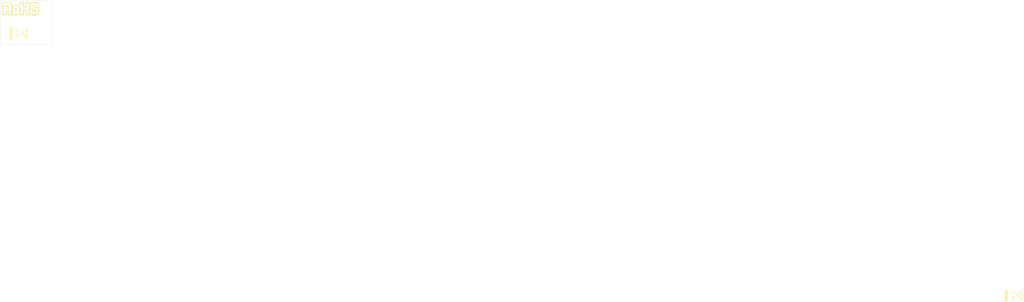
<source format=kicad_pcb>
(kicad_pcb (version 20201002) (generator pcbnew)

  (general
    (thickness 1.6)
  )

  (paper "A4")
  (title_block
    (date "2020-09-15")
    (rev "0.2")
    (comment 1 "Pedro")
  )

  (layers
    (0 "F.Cu" signal)
    (31 "B.Cu" signal)
    (36 "B.SilkS" user "B.Silkscreen")
    (37 "F.SilkS" user "F.Silkscreen")
    (38 "B.Mask" user)
    (39 "F.Mask" user)
    (40 "Dwgs.User" user "User.Drawings")
    (41 "Cmts.User" user "User.Comments")
    (42 "Eco1.User" user "User.Eco1")
    (43 "Eco2.User" user "User.Eco2")
    (44 "Edge.Cuts" user)
    (45 "Margin" user)
    (46 "B.CrtYd" user "B.Courtyard")
    (47 "F.CrtYd" user "F.Courtyard")
    (48 "B.Fab" user)
    (49 "F.Fab" user)
  )

  (setup
    (stackup
      (layer "F.SilkS" (type "Top Silk Screen"))
      (layer "F.Mask" (type "Top Solder Mask") (color "Green") (thickness 0.01))
      (layer "F.Cu" (type "copper") (thickness 0.035))
      (layer "dielectric 1" (type "core") (thickness 1.51) (material "FR4") (epsilon_r 4.5) (loss_tangent 0.02))
      (layer "B.Cu" (type "copper") (thickness 0.035))
      (layer "B.Mask" (type "Bottom Solder Mask") (color "Green") (thickness 0.01))
      (layer "B.SilkS" (type "Bottom Silk Screen"))
      (copper_finish "None")
      (dielectric_constraints no)
    )
    (aux_axis_origin 100 50)
    (pcbplotparams
      (layerselection 0x00210f0_ffffffff)
      (disableapertmacros false)
      (usegerberextensions false)
      (usegerberattributes false)
      (usegerberadvancedattributes false)
      (creategerberjobfile false)
      (svguseinch false)
      (svgprecision 6)
      (excludeedgelayer false)
      (plotframeref false)
      (viasonmask false)
      (mode 1)
      (useauxorigin true)
      (hpglpennumber 1)
      (hpglpenspeed 20)
      (hpglpendiameter 15.000000)
      (psnegative false)
      (psa4output false)
      (plotreference true)
      (plotvalue false)
      (plotinvisibletext false)
      (sketchpadsonfab false)
      (subtractmaskfromsilk false)
      (outputformat 1)
      (mirror false)
      (drillshape 0)
      (scaleselection 1)
      (outputdirectory "../gerber/")
    )
  )


  (net 0 "")

  (module "amvLogo:weee4" (layer "F.Cu") (tedit 0) (tstamp 40291970-3089-43a3-ab4b-8d0682b69117)
    (at 105.5 59.5)
    (attr through_hole)
    (fp_text reference "G***" (at 0 0) (layer "F.SilkS") hide
      (effects (font (size 1.524 1.524) (thickness 0.3)))
      (tstamp ebd20c93-a0bc-44a7-a141-292bbefae0a9)
    )
    (fp_text value "LOGO" (at 0.75 0) (layer "F.SilkS") hide
      (effects (font (size 1.524 1.524) (thickness 0.3)))
      (tstamp d14f81a5-77d3-40e8-baaf-3e7dcbf86a79)
    )
    (fp_poly (pts (xy -0.488504 0.600525)
      (xy -0.437138 0.631577)
      (xy -0.406122 0.684319)
      (xy -0.402167 0.71453)
      (xy -0.420446 0.769437)
      (xy -0.465975 0.808905)
      (xy -0.524793 0.827174)
      (xy -0.582937 0.818486)
      (xy -0.6096 0.8001)
      (xy -0.63146 0.752698)
      (xy -0.631388 0.690975)
      (xy -0.610346 0.636218)
      (xy -0.601739 0.625929)
      (xy -0.547583 0.596772)
      (xy -0.488504 0.600525)) (layer "F.SilkS") (width 0.01) (tstamp 794da787-e7bd-4ef7-b738-d768723aff7c))
    (fp_poly (pts (xy -1.947334 1.883834)
      (xy -2.794 1.883834)
      (xy -2.794 -1.672166)
      (xy -1.947334 -1.672166)
      (xy -1.947334 1.883834)) (layer "F.SilkS") (width 0.01) (tstamp e28c88b8-31b9-4d80-b509-a9bb222cdbcb))
    (fp_poly (pts (xy -1.166714 -1.955212)
      (xy -1.130992 -1.927704)
      (xy -1.079766 -1.882331)
      (xy -1.010641 -1.816843)
      (xy -0.921228 -1.72899)
      (xy -0.809132 -1.616524)
      (xy -0.671962 -1.477193)
      (xy -0.559018 -1.361732)
      (xy 0.056714 -0.731072)
      (xy 0.732148 -0.790175)
      (xy 0.900106 -0.805047)
      (xy 1.057234 -0.819294)
      (xy 1.197833 -0.832372)
      (xy 1.316201 -0.84374)
      (xy 1.406639 -0.852854)
      (xy 1.463446 -0.859172)
      (xy 1.477445 -0.861112)
      (xy 1.502324 -0.869941)
      (xy 1.536969 -0.891016)
      (xy 1.584283 -0.926874)
      (xy 1.647168 -0.980053)
      (xy 1.728528 -1.053089)
      (xy 1.831265 -1.148518)
      (xy 1.958281 -1.268878)
      (xy 2.105657 -1.41014)
      (xy 2.252513 -1.551142)
      (xy 2.372342 -1.665328)
      (xy 2.46839 -1.755468)
      (xy 2.543905 -1.824335)
      (xy 2.602134 -1.874701)
      (xy 2.646325 -1.909338)
      (xy 2.679724 -1.931018)
      (xy 2.70558 -1.942514)
      (xy 2.727139 -1.946597)
      (xy 2.734294 -1.946787)
      (xy 2.751404 -1.945475)
      (xy 2.760729 -1.939975)
      (xy 2.759765 -1.92747)
      (xy 2.746007 -1.905146)
      (xy 2.716951 -1.870186)
      (xy 2.670094 -1.819775)
      (xy 2.602931 -1.751096)
      (xy 2.512958 -1.661335)
      (xy 2.397671 -1.547674)
      (xy 2.254567 -1.407299)
      (xy 2.25425 -1.406989)
      (xy 1.703916 -0.867735)
      (xy 1.8415 -0.881146)
      (xy 1.914547 -0.889342)
      (xy 1.970149 -0.897573)
      (xy 1.994958 -0.90361)
      (xy 2.004566 -0.928392)
      (xy 2.010209 -0.980264)
      (xy 2.010833 -1.006666)
      (xy 2.010833 -1.100666)
      (xy 2.180166 -1.100666)
      (xy 2.180166 -0.98425)
      (xy 2.183742 -0.919373)
      (xy 2.193058 -0.877435)
      (xy 2.201806 -0.867833)
      (xy 2.227966 -0.85445)
      (xy 2.273413 -0.819798)
      (xy 2.315298 -0.783167)
      (xy 2.385812 -0.726938)
      (xy 2.444904 -0.70145)
      (xy 2.473575 -0.6985)
      (xy 2.512889 -0.696409)
      (xy 2.532492 -0.68285)
      (xy 2.539243 -0.646897)
      (xy 2.54 -0.592666)
      (xy 2.536981 -0.527283)
      (xy 2.526011 -0.494993)
      (xy 2.505955 -0.486833)
      (xy 2.481802 -0.474702)
      (xy 2.483219 -0.439208)
      (xy 2.492019 -0.391848)
      (xy 2.502535 -0.321084)
      (xy 2.509119 -0.269875)
      (xy 2.519992 -0.199452)
      (xy 2.533757 -0.162172)
      (xy 2.554519 -0.148862)
      (xy 2.563605 -0.148166)
      (xy 2.579662 -0.145352)
      (xy 2.59073 -0.132517)
      (xy 2.597727 -0.103072)
      (xy 2.601574 -0.050428)
      (xy 2.603191 0.032004)
      (xy 2.6035 0.137584)
      (xy 2.603164 0.252405)
      (xy 2.601504 0.331517)
      (xy 2.597538 0.381544)
      (xy 2.590285 0.409106)
      (xy 2.578763 0.420828)
      (xy 2.561992 0.423331)
      (xy 2.561166 0.423334)
      (xy 2.526563 0.430009)
      (xy 2.518465 0.439209)
      (xy 2.514172 0.466595)
      (xy 2.503274 0.523098)
      (xy 2.488203 0.596133)
      (xy 2.4504 0.736241)
      (xy 2.401364 0.844918)
      (xy 2.336371 0.932564)
      (xy 2.334417 0.934665)
      (xy 2.281834 0.990914)
      (xy 2.329569 1.055479)
      (xy 2.360723 1.107325)
      (xy 2.365404 1.153972)
      (xy 2.357351 1.18973)
      (xy 2.321036 1.257023)
      (xy 2.264686 1.296378)
      (xy 2.198909 1.302483)
      (xy 2.16021 1.288467)
      (xy 2.112412 1.24977)
      (xy 2.085189 1.211272)
      (xy 2.059289 1.174924)
      (xy 2.037564 1.164167)
      (xy 2.017487 1.146091)
      (xy 2.010833 1.11125)
      (xy 2.00209 1.07097)
      (xy 1.967668 1.058557)
      (xy 1.957916 1.058334)
      (xy 1.922388 1.06219)
      (xy 1.903726 1.075479)
      (xy 1.903777 1.100776)
      (xy 1.92439 1.140658)
      (xy 1.967412 1.197702)
      (xy 2.03469 1.274484)
      (xy 2.128073 1.373582)
      (xy 2.249409 1.497572)
      (xy 2.333431 1.582019)
      (xy 2.457489 1.706319)
      (xy 2.554251 1.803933)
      (xy 2.626381 1.878085)
      (xy 2.676544 1.931999)
      (xy 2.707402 1.968899)
      (xy 2.721619 1.992008)
      (xy 2.721858 2.004549)
      (xy 2.710785 2.009748)
      (xy 2.691061 2.010828)
      (xy 2.687739 2.010834)
      (xy 2.662118 2.008664)
      (xy 2.635323 1.999803)
      (xy 2.603101 1.980718)
      (xy 2.561198 1.947881)
      (xy 2.505362 1.897759)
      (xy 2.431339 1.826824)
      (xy 2.334877 1.731543)
      (xy 2.25425 1.651)
      (xy 1.894883 1.291167)
      (xy 1.524 1.291167)
      (xy 1.524 1.248834)
      (xy 1.5875 1.248834)
      (xy 1.715244 1.248834)
      (xy 1.785125 1.247647)
      (xy 1.820655 1.24226)
      (xy 1.829791 1.229928)
      (xy 1.822669 1.211792)
      (xy 1.797735 1.178767)
      (xy 1.751884 1.127766)
      (xy 1.695034 1.06982)
      (xy 1.694924 1.069713)
      (xy 1.596702 0.973672)
      (xy 1.739348 0.973672)
      (xy 1.762168 1.008919)
      (xy 1.781689 1.030511)
      (xy 1.825783 1.070302)
      (xy 1.851377 1.073267)
      (xy 1.861903 1.038793)
      (xy 1.862666 1.016)
      (xy 1.857421 0.971023)
      (xy 1.832681 0.954446)
      (xy 1.799166 0.9525)
      (xy 1.751244 0.956817)
      (xy 1.739348 0.973672)
      (xy 1.596702 0.973672)
      (xy 1.5875 0.964675)
      (xy 1.5875 1.248834)
      (xy 1.524 1.248834)
      (xy 1.524 1.153584)
      (xy 1.523204 1.079663)
      (xy 1.518115 1.038438)
      (xy 1.504677 1.020271)
      (xy 1.478835 1.015525)
      (xy 1.465791 1.015246)
      (xy 1.431538 1.013099)
      (xy 1.360417 1.007337)
      (xy 1.257696 0.998431)
      (xy 1.128642 0.986853)
      (xy 0.978522 0.973074)
      (xy 0.812605 0.957566)
      (xy 0.66675 0.943726)
      (xy -0.074084 0.87296)
      (xy -0.529167 1.320786)
      (xy -0.677266 1.466529)
      (xy -0.798118 1.585229)
      (xy -0.894719 1.679467)
      (xy -0.970066 1.751823)
      (xy -1.027152 1.804877)
      (xy -1.068975 1.841209)
      (xy -1.098529 1.863401)
      (xy -1.11881 1.874033)
      (xy -1.132813 1.875684)
      (xy -1.143535 1.870937)
      (xy -1.153969 1.86237)
      (xy -1.155938 1.860713)
      (xy -1.164164 1.849616)
      (xy -1.163121 1.83374)
      (xy -1.149799 1.809678)
      (xy -1.121192 1.774025)
      (xy -1.074291 1.723375)
      (xy -1.006089 1.654322)
      (xy -0.913579 1.56346)
      (xy -0.793751 1.447383)
      (xy -0.774556 1.428861)
      (xy -0.35754 1.026584)
      (xy -0.479889 1.034112)
      (xy -0.605173 1.025166)
      (xy -0.705814 0.982031)
      (xy -0.780628 0.90559)
      (xy -0.828435 0.796724)
      (xy -0.835093 0.769063)
      (xy -0.83557 0.716275)
      (xy -0.739783 0.716275)
      (xy -0.726018 0.792869)
      (xy -0.686076 0.858814)
      (xy -0.624934 0.907193)
      (xy -0.547569 0.931092)
      (xy -0.458961 0.923595)
      (xy -0.417245 0.908363)
      (xy -0.379818 0.878417)
      (xy -0.254 0.878417)
      (xy -0.243417 0.889)
      (xy -0.232834 0.878417)
      (xy -0.243417 0.867834)
      (xy -0.254 0.878417)
      (xy -0.379818 0.878417)
      (xy -0.35759 0.860632)
      (xy -0.328785 0.811698)
      (xy 0.011541 0.811698)
      (xy 0.015306 0.822903)
      (xy 0.01541 0.822926)
      (xy 0.04625 0.826908)
      (xy 0.113043 0.833881)
      (xy 0.209559 0.843289)
      (xy 0.329566 0.85458)
      (xy 0.466832 0.867201)
      (xy 0.615126 0.880597)
      (xy 0.768218 0.894216)
      (xy 0.919874 0.907503)
      (xy 1.063865 0.919906)
      (xy 1.193959 0.930872)
      (xy 1.303924 0.939846)
      (xy 1.387529 0.946275)
      (xy 1.438543 0.949606)
      (xy 1.444625 0.949863)
      (xy 1.498511 0.947309)
      (xy 1.521152 0.931828)
      (xy 1.524 0.91525)
      (xy 1.509525 0.890901)
      (xy 1.468719 0.841236)
      (xy 1.405512 0.770544)
      (xy 1.323831 0.683112)
      (xy 1.227607 0.58323)
      (xy 1.121842 0.476259)
      (xy 0.719684 0.074519)
      (xy 0.348794 0.444718)
      (xy 0.227322 0.566999)
      (xy 0.134824 0.66261)
      (xy 0.069337 0.733779)
      (xy 0.028897 0.782733)
      (xy 0.011541 0.811698)
      (xy -0.328785 0.811698)
      (xy -0.314265 0.787032)
      (xy -0.296397 0.703412)
      (xy -0.296334 0.698409)
      (xy -0.315493 0.62484)
      (xy -0.365372 0.557848)
      (xy -0.434573 0.508282)
      (xy -0.511701 0.486992)
      (xy -0.518584 0.486834)
      (xy -0.580663 0.495712)
      (xy -0.635527 0.52812)
      (xy -0.668867 0.5588)
      (xy -0.722392 0.635947)
      (xy -0.739783 0.716275)
      (xy -0.83557 0.716275)
      (xy -0.835952 0.674178)
      (xy -0.805507 0.575969)
      (xy -0.750659 0.486996)
      (xy -0.678308 0.419815)
      (xy -0.629709 0.39531)
      (xy -0.616286 0.387024)
      (xy -0.606533 0.369029)
      (xy -0.599876 0.335372)
      (xy -0.59574 0.280101)
      (xy -0.593552 0.197267)
      (xy -0.592738 0.080917)
      (xy -0.592667 0.011248)
      (xy -0.592667 -0.359833)
      (xy -0.867834 -0.359833)
      (xy -0.867834 -0.609122)
      (xy -0.550334 -0.609122)
      (xy -0.550334 0.381)
      (xy -0.494624 0.381)
      (xy -0.412262 0.400679)
      (xy -0.335544 0.453822)
      (xy -0.271711 0.531591)
      (xy -0.228005 0.625148)
      (xy -0.211668 0.725654)
      (xy -0.211667 0.72635)
      (xy -0.206782 0.780111)
      (xy -0.189003 0.802146)
      (xy -0.174417 0.804334)
      (xy -0.15001 0.789861)
      (xy -0.100324 0.749079)
      (xy -0.029679 0.685943)
      (xy 0.057603 0.604408)
      (xy 0.1572 0.508427)
      (xy 0.259522 0.407233)
      (xy 0.648933 0.017417)
      (xy 0.797903 0.017417)
      (xy 0.996909 0.231777)
      (xy 1.195916 0.446137)
      (xy 1.2065 0.143694)
      (xy 1.217083 -0.15875)
      (xy 1.338791 -0.165098)
      (xy 1.4605 -0.171446)
      (xy 1.4605 0.5715)
      (xy 1.391708 0.572143)
      (xy 1.322916 0.572787)
      (xy 1.486536 0.730893)
      (xy 1.650155 0.889)
      (xy 1.905 0.889)
      (xy 1.905 0.9525)
      (xy 1.910695 0.997882)
      (xy 1.934905 1.014484)
      (xy 1.957916 1.016)
      (xy 2.010833 1.016)
      (xy 2.010833 -0.486833)
      (xy 2.180166 -0.486833)
      (xy 2.180166 1.000259)
      (xy 2.248958 0.948672)
      (xy 2.297093 0.900268)
      (xy 2.347279 0.831004)
      (xy 2.375205 0.781917)
      (xy 2.410904 0.697788)
      (xy 2.436247 0.613412)
      (xy 2.449886 0.537688)
      (xy 2.450471 0.479516)
      (xy 2.436656 0.447795)
      (xy 2.42631 0.4445)
      (xy 2.412481 0.439959)
      (xy 2.402877 0.422125)
      (xy 2.396757 0.384683)
      (xy 2.396561 0.381)
      (xy 2.43278 0.381)
      (xy 2.562553 0.381)
      (xy 2.550583 -0.09525)
      (xy 2.44475 -0.09525)
      (xy 2.43278 0.381)
      (xy 2.396561 0.381)
      (xy 2.39338 0.321317)
      (xy 2.392005 0.225713)
      (xy 2.391833 0.150636)
      (xy 2.392284 0.033153)
      (xy 2.394211 -0.04871)
      (xy 2.398472 -0.101664)
      (xy 2.405926 -0.132416)
      (xy 2.417431 -0.147677)
      (xy 2.430741 -0.153404)
      (xy 2.452653 -0.164226)
      (xy 2.461291 -0.188754)
      (xy 2.458672 -0.238005)
      (xy 2.453452 -0.277581)
      (xy 2.443883 -0.351626)
      (xy 2.437306 -0.415001)
      (xy 2.435711 -0.439208)
      (xy 2.43126 -0.465688)
      (xy 2.413443 -0.479984)
      (xy 2.372273 -0.485797)
      (xy 2.307166 -0.486833)
      (xy 2.180166 -0.486833)
      (xy 2.010833 -0.486833)
      (xy 2.010833 -0.762745)
      (xy 2.180166 -0.762745)
      (xy 2.183953 -0.720236)
      (xy 2.203732 -0.70232)
      (xy 2.25213 -0.698509)
      (xy 2.25753 -0.6985)
      (xy 2.307431 -0.699749)
      (xy 2.321147 -0.708365)
      (xy 2.304825 -0.731653)
      (xy 2.294809 -0.742794)
      (xy 2.250973 -0.783682)
      (xy 2.217445 -0.807038)
      (xy 2.191406 -0.814865)
      (xy 2.181377 -0.793963)
      (xy 2.180166 -0.762745)
      (xy 2.010833 -0.762745)
      (xy 2.010833 -0.850036)
      (xy 1.867958 -0.83648)
      (xy 1.785804 -0.827965)
      (xy 1.713559 -0.819233)
      (xy 1.67124 -0.812905)
      (xy 1.63763 -0.793874)
      (xy 1.576982 -0.744992)
      (xy 1.490829 -0.667648)
      (xy 1.380701 -0.56323)
      (xy 1.248132 -0.433127)
      (xy 1.20765 -0.392735)
      (xy 0.797903 0.017417)
      (xy 0.648933 0.017417)
      (xy 0.656211 0.010132)
      (xy 0.31967 -0.325916)
      (xy -0.01687 -0.661963)
      (xy -0.21481 -0.647449)
      (xy -0.310927 -0.639668)
      (xy -0.398737 -0.63127)
      (xy -0.464199 -0.623646)
      (xy -0.481542 -0.621029)
      (xy -0.550334 -0.609122)
      (xy -0.867834 -0.609122)
      (xy -0.867834 -0.613833)
      (xy -0.74017 -0.613833)
      (xy -0.658218 -0.617791)
      (xy -0.613036 -0.630355)
      (xy -0.601174 -0.643362)
      (xy -0.581396 -0.658683)
      (xy -0.53209 -0.670986)
      (xy -0.531638 -0.671041)
      (xy 0.134819 -0.671041)
      (xy 0.146334 -0.654451)
      (xy 0.182217 -0.613328)
      (xy 0.237105 -0.553279)
      (xy 0.305634 -0.479905)
      (xy 0.382441 -0.39881)
      (xy 0.462161 -0.315598)
      (xy 0.539432 -0.235874)
      (xy 0.60889 -0.165239)
      (xy 0.66517 -0.109298)
      (xy 0.70291 -0.073655)
      (xy 0.716342 -0.0635)
      (xy 0.73464 -0.077866)
      (xy 0.778514 -0.118259)
      (xy 0.843755 -0.180624)
      (xy 0.926155 -0.260903)
      (xy 1.021505 -0.355039)
      (xy 1.100893 -0.434205)
      (xy 1.471083 -0.804911)
      (xy 1.375833 -0.793359)
      (xy 1.329355 -0.788341)
      (xy 1.247423 -0.780147)
      (xy 1.136743 -0.769421)
      (xy 1.004021 -0.756807)
      (xy 0.855964 -0.742948)
      (xy 0.710822 -0.729545)
      (xy 0.560374 -0.715544)
      (xy 0.424365 -0.7025)
      (xy 0.308304 -0.690975)
      (xy 0.2177 -0.681527)
      (xy 0.158061 -0.674715)
      (xy 0.134898 -0.671099)
      (xy 0.134819 -0.671041)
      (xy -0.531638 -0.671041)
      (xy -0.448591 -0.681137)
      (xy -0.36155 -0.687804)
      (xy -0.265894 -0.695229)
      (xy -0.185156 -0.703682)
      (xy -0.1292 -0.712001)
      (xy -0.109174 -0.717602)
      (xy -0.117329 -0.736255)
      (xy -0.154043 -0.78276)
      (xy -0.217664 -0.855311)
      (xy -0.306543 -0.952102)
      (xy -0.419031 -1.071326)
      (xy -0.553478 -1.211177)
      (xy -0.656379 -1.316904)
      (xy -0.783345 -1.447259)
      (xy -0.900507 -1.568454)
      (xy -1.004657 -1.677104)
      (xy -1.092591 -1.769825)
      (xy -1.161102 -1.843232)
      (xy -1.206987 -1.893941)
      (xy -1.227038 -1.918568)
      (xy -1.227667 -1.920094)
      (xy -1.214372 -1.94981)
      (xy -1.201209 -1.965629)
      (xy -1.189322 -1.967104)
      (xy -1.166714 -1.955212)) (layer "F.SilkS") (width 0.01) (tstamp f68d0e4a-a528-442a-82ef-62989f3bfa8c))
  )

  (module "amvLogo:rohs4" (layer "F.Cu") (tedit 0) (tstamp 55d834a9-443d-47ff-9b5d-b1feed5211e2)
    (at 106 52.5 90)
    (attr through_hole)
    (fp_text reference "G***" (at 0 0 90) (layer "F.SilkS") hide
      (effects (font (size 1.524 1.524) (thickness 0.3)))
      (tstamp 0de7e707-aa73-4a48-9faf-c56303c875ce)
    )
    (fp_text value "LOGO" (at 0.75 0 90) (layer "F.SilkS") hide
      (effects (font (size 1.524 1.524) (thickness 0.3)))
      (tstamp 692f8e60-c4e6-4073-91aa-9f7cbe8d4e48)
    )
    (fp_poly (pts (xy 0.346887 -5.38688)
      (xy 0.621529 -5.386731)
      (xy 0.859372 -5.38641)
      (xy 1.063182 -5.385858)
      (xy 1.235726 -5.385017)
      (xy 1.379771 -5.383827)
      (xy 1.498084 -5.38223)
      (xy 1.593432 -5.380167)
      (xy 1.668582 -5.377579)
      (xy 1.7263 -5.374406)
      (xy 1.769353 -5.370591)
      (xy 1.800509 -5.366074)
      (xy 1.822534 -5.360795)
      (xy 1.838194 -5.354697)
      (xy 1.849488 -5.348229)
      (xy 1.873281 -5.331732)
      (xy 1.893309 -5.313655)
      (xy 1.909854 -5.290473)
      (xy 1.923197 -5.258655)
      (xy 1.933622 -5.214673)
      (xy 1.941409 -5.155001)
      (xy 1.946841 -5.076108)
      (xy 1.950201 -4.974467)
      (xy 1.951769 -4.846549)
      (xy 1.951829 -4.688827)
      (xy 1.950663 -4.497772)
      (xy 1.948552 -4.269856)
      (xy 1.94709 -4.1275)
      (xy 1.944589 -3.890022)
      (xy 1.942316 -3.690978)
      (xy 1.940067 -3.52647)
      (xy 1.937638 -3.392601)
      (xy 1.934823 -3.285473)
      (xy 1.931419 -3.20119)
      (xy 1.927221 -3.135854)
      (xy 1.922025 -3.085568)
      (xy 1.915627 -3.046434)
      (xy 1.907822 -3.014555)
      (xy 1.898406 -2.986033)
      (xy 1.887175 -2.956971)
      (xy 1.885491 -2.95275)
      (xy 1.839798 -2.860934)
      (xy 1.774211 -2.771166)
      (xy 1.695269 -2.686231)
      (xy 1.598917 -2.598167)
      (xy 1.505643 -2.533838)
      (xy 1.405421 -2.489337)
      (xy 1.288221 -2.460753)
      (xy 1.144014 -2.444179)
      (xy 1.061797 -2.439319)
      (xy 0.945085 -2.432084)
      (xy 0.866852 -2.422811)
      (xy 0.823272 -2.410903)
      (xy 0.811153 -2.40024)
      (xy 0.814433 -2.368494)
      (xy 0.833086 -2.311001)
      (xy 0.86318 -2.239687)
      (xy 0.866179 -2.233286)
      (xy 0.904399 -2.144305)
      (xy 0.94571 -2.035467)
      (xy 0.982209 -1.9278)
      (xy 0.987818 -1.909639)
      (xy 1.010019 -1.831887)
      (xy 1.025602 -1.762533)
      (xy 1.035776 -1.69086)
      (xy 1.041754 -1.606149)
      (xy 1.044747 -1.497681)
      (xy 1.045745 -1.397)
      (xy 1.045255 -1.250124)
      (xy 1.041219 -1.135253)
      (xy 1.032838 -1.042148)
      (xy 1.019311 -0.960573)
      (xy 1.007704 -0.910167)
      (xy 0.971808 -0.788829)
      (xy 0.929632 -0.679666)
      (xy 0.885393 -0.592093)
      (xy 0.843305 -0.535522)
      (xy 0.837735 -0.530538)
      (xy 0.812748 -0.489686)
      (xy 0.804334 -0.44334)
      (xy 0.804334 -0.383862)
      (xy 1.285875 -0.37714)
      (xy 1.458942 -0.374065)
      (xy 1.595159 -0.369335)
      (xy 1.700007 -0.361592)
      (xy 1.778968 -0.349478)
      (xy 1.837525 -0.331635)
      (xy 1.881158 -0.306708)
      (xy 1.91535 -0.273338)
      (xy 1.945582 -0.230167)
      (xy 1.957168 -0.210918)
      (xy 1.972266 -0.181966)
      (xy 1.983382 -0.149517)
      (xy 1.991117 -0.106894)
      (xy 1.996069 -0.047423)
      (xy 1.998841 0.035575)
      (xy 2.000032 0.148776)
      (xy 2.00025 0.268254)
      (xy 1.999957 0.410144)
      (xy 1.998676 0.51614)
      (xy 1.9958 0.592683)
      (xy 1.990725 0.64621)
      (xy 1.982846 0.683161)
      (xy 1.971557 0.709974)
      (xy 1.956609 0.732613)
      (xy 1.923332 0.77612)
      (xy 1.892445 0.809994)
      (xy 1.858295 0.835516)
      (xy 1.815229 0.853968)
      (xy 1.757595 0.866631)
      (xy 1.679741 0.874786)
      (xy 1.576013 0.879714)
      (xy 1.440761 0.882698)
      (xy 1.285224 0.884806)
      (xy 1.109217 0.88795)
      (xy 0.964838 0.892512)
      (xy 0.854716 0.898349)
      (xy 0.781482 0.905319)
      (xy 0.747764 0.913281)
      (xy 0.74697 0.913856)
      (xy 0.734276 0.944985)
      (xy 0.725384 1.006162)
      (xy 0.720486 1.085261)
      (xy 0.719774 1.170151)
      (xy 0.723439 1.248703)
      (xy 0.731672 1.308787)
      (xy 0.740342 1.3335)
      (xy 0.753208 1.343887)
      (xy 0.780438 1.352218)
      (xy 0.826834 1.358877)
      (xy 0.897192 1.364249)
      (xy 0.996312 1.36872)
      (xy 1.128992 1.372674)
      (xy 1.267691 1.375833)
      (xy 1.428391 1.379408)
      (xy 1.552352 1.382943)
      (xy 1.645164 1.386972)
      (xy 1.712419 1.392032)
      (xy 1.759708 1.398659)
      (xy 1.79262 1.407388)
      (xy 1.816746 1.418756)
      (xy 1.833407 1.430057)
      (xy 1.881643 1.467754)
      (xy 1.917909 1.503338)
      (xy 1.944031 1.543486)
      (xy 1.961834 1.594873)
      (xy 1.973145 1.664174)
      (xy 1.979789 1.758065)
      (xy 1.983592 1.88322)
      (xy 1.985428 1.985866)
      (xy 1.98741 2.125469)
      (xy 1.987826 2.229867)
      (xy 1.986063 2.306177)
      (xy 1.981506 2.361518)
      (xy 1.973541 2.403007)
      (xy 1.961553 2.437761)
      (xy 1.944929 2.472899)
      (xy 1.943094 2.4765)
      (xy 1.88751 2.557362)
      (xy 1.808508 2.617788)
      (xy 1.793348 2.626251)
      (xy 1.717835 2.668436)
      (xy 1.676017 2.701612)
      (xy 1.665308 2.736529)
      (xy 1.683121 2.783935)
      (xy 1.726871 2.854577)
      (xy 1.735296 2.867513)
      (xy 1.798523 2.970373)
      (xy 1.847177 3.065942)
      (xy 1.883556 3.162921)
      (xy 1.909961 3.270012)
      (xy 1.928692 3.395919)
      (xy 1.94205 3.549344)
      (xy 1.94943 3.677697)
      (xy 1.956873 3.903715)
      (xy 1.956131 4.111381)
      (xy 1.947508 4.295409)
      (xy 1.93131 4.450512)
      (xy 1.90784 4.571405)
      (xy 1.895537 4.611702)
      (xy 1.869985 4.705315)
      (xy 1.863972 4.781966)
      (xy 1.878037 4.832438)
      (xy 1.882355 4.837641)
      (xy 1.869913 4.852737)
      (xy 1.820859 4.883881)
      (xy 1.737278 4.929952)
      (xy 1.621253 4.989831)
      (xy 1.47487 5.062398)
      (xy 1.366056 5.115059)
      (xy 0.830069 5.372368)
      (xy 0.610826 5.354682)
      (xy 0.45932 5.336919)
      (xy 0.343966 5.311262)
      (xy 0.296334 5.29363)
      (xy 0.215589 5.262631)
      (xy 0.144591 5.252352)
      (xy 0.067432 5.262674)
      (xy -0.02553 5.291268)
      (xy -0.244573 5.350763)
      (xy -0.482767 5.384841)
      (xy -0.724523 5.39228)
      (xy -0.954256 5.371857)
      (xy -0.985317 5.366569)
      (xy -1.16826 5.328567)
      (xy -1.317347 5.285783)
      (xy -1.441039 5.234587)
      (xy -1.547796 5.171348)
      (xy -1.646081 5.092437)
      (xy -1.664846 5.075041)
      (xy -1.752277 4.984105)
      (xy -1.820737 4.89139)
      (xy -1.873245 4.789209)
      (xy -1.912821 4.66987)
      (xy -1.942484 4.525686)
      (xy -1.965253 4.348967)
      (xy -1.970407 4.296833)
      (xy -1.980847 4.134695)
      (xy -1.982303 4.064)
      (xy -1.576114 4.064)
      (xy -1.575689 4.237057)
      (xy -1.572849 4.374237)
      (xy -1.566146 4.481982)
      (xy -1.554136 4.566737)
      (xy -1.535372 4.634946)
      (xy -1.508407 4.693052)
      (xy -1.471796 4.7475)
      (xy -1.424092 4.804734)
      (xy -1.405116 4.825943)
      (xy -1.337162 4.891417)
      (xy -1.259654 4.944812)
      (xy -1.165981 4.98869)
      (xy -1.049534 5.025616)
      (xy -0.903702 5.05815)
      (xy -0.73025 5.087581)
      (xy -0.648568 5.094709)
      (xy -0.544813 5.096148)
      (xy -0.430641 5.092598)
      (xy -0.317707 5.084761)
      (xy -0.217669 5.073339)
      (xy -0.142182 5.059032)
      (xy -0.116416 5.050649)
      (xy 0.038194 4.965168)
      (xy 0.158781 4.854764)
      (xy 0.246152 4.718574)
      (xy 0.28312 4.623633)
      (xy 0.294419 4.572308)
      (xy 0.308027 4.486402)
      (xy 0.322967 4.373542)
      (xy 0.338265 4.241354)
      (xy 0.352944 4.097462)
      (xy 0.359452 4.026838)
      (xy 0.375787 3.850461)
      (xy 0.390457 3.711802)
      (xy 0.4044 3.606329)
      (xy 0.418552 3.529506)
      (xy 0.43385 3.4768)
      (xy 0.451231 3.443677)
      (xy 0.471632 3.425602)
      (xy 0.484754 3.420354)
      (xy 0.60237 3.399569)
      (xy 0.733952 3.394891)
      (xy 0.853978 3.40717)
      (xy 0.857713 3.407929)
      (xy 0.915803 3.422395)
      (xy 0.960223 3.44214)
      (xy 0.992653 3.472472)
      (xy 1.014773 3.518694)
      (xy 1.028265 3.586113)
      (xy 1.034809 3.680035)
      (xy 1.036084 3.805765)
      (xy 1.033859 3.964084)
      (xy 1.026584 4.342866)
      (xy 0.967195 4.393933)
      (xy 0.929968 4.420982)
      (xy 0.888331 4.436485)
      (xy 0.829312 4.443477)
      (xy 0.748845 4.445)
      (xy 0.64686 4.446717)
      (xy 0.579298 4.456655)
      (xy 0.538259 4.481991)
      (xy 0.515844 4.529901)
      (xy 0.504157 4.607562)
      (xy 0.49896 4.672063)
      (xy 0.493031 4.795553)
      (xy 0.497482 4.884296)
      (xy 0.514207 4.945019)
      (xy 0.545098 4.984448)
      (xy 0.592047 5.009311)
      (xy 0.594043 5.010013)
      (xy 0.673416 5.02679)
      (xy 0.779485 5.034736)
      (xy 0.897579 5.034003)
      (xy 1.013025 5.024741)
      (xy 1.11115 5.007101)
      (xy 1.120445 5.004603)
      (xy 1.26174 4.945458)
      (xy 1.388576 4.855081)
      (xy 1.492924 4.741262)
      (xy 1.566751 4.611788)
      (xy 1.587582 4.551564)
      (xy 1.610427 4.441016)
      (xy 1.627033 4.302654)
      (xy 1.637536 4.144638)
      (xy 1.642074 3.97513)
      (xy 1.640783 3.80229)
      (xy 1.633801 3.634279)
      (xy 1.621265 3.47926)
      (xy 1.603311 3.345393)
      (xy 1.580076 3.240839)
      (xy 1.564864 3.198258)
      (xy 1.499557 3.088538)
      (xy 1.409107 2.987279)
      (xy 1.307565 2.909634)
      (xy 1.286326 2.897839)
      (xy 1.165427 2.850068)
      (xy 1.01573 2.813505)
      (xy 0.849669 2.78977)
      (xy 0.679679 2.780484)
      (xy 0.518196 2.787268)
      (xy 0.47625 2.79226)
      (xy 0.326038 2.818019)
      (xy 0.208116 2.850682)
      (xy 0.112564 2.893981)
      (xy 0.029457 2.951648)
      (xy 0.011264 2.967156)
      (xy -0.059913 3.038661)
      (xy -0.115782 3.117729)
      (xy -0.159927 3.21251)
      (xy -0.195929 3.331154)
      (xy -0.227373 3.481811)
      (xy -0.235431 3.528349)
      (xy -0.26168 3.686748)
      (xy -0.281431 3.811484)
      (xy -0.295627 3.910566)
      (xy -0.305211 3.992007)
      (xy -0.311125 4.063817)
      (xy -0.314312 4.134006)
      (xy -0.315714 4.210499)
      (xy -0.318063 4.308633)
      (xy -0.327057 4.377769)
      (xy -0.349056 4.422985)
      (xy -0.390418 4.449358)
      (xy -0.4575 4.461963)
      (xy -0.556661 4.465877)
      (xy -0.635935 4.466166)
      (xy -0.748271 4.466174)
      (xy -0.833399 4.462762)
      (xy -0.895188 4.450782)
      (xy -0.937506 4.425081)
      (xy -0.964222 4.380509)
      (xy -0.979202 4.311915)
      (xy -0.986316 4.214148)
      (xy -0.989432 4.082058)
      (xy -0.990832 3.993591)
      (xy -0.992266 3.819842)
      (xy -0.989583 3.683532)
      (xy -0.982082 3.579909)
      (xy -0.969065 3.504216)
      (xy -0.949834 3.451699)
      (xy -0.923689 3.417603)
      (xy -0.904156 3.403878)
      (xy -0.864173 3.392106)
      (xy -0.792961 3.380587)
      (xy -0.701607 3.370852)
      (xy -0.627189 3.365674)
      (xy -0.507012 3.357548)
      (xy -0.422779 3.343862)
      (xy -0.36811 3.318042)
      (xy -0.336627 3.273513)
      (xy -0.321952 3.203703)
      (xy -0.317707 3.102036)
      (xy -0.3175 3.046479)
      (xy -0.319572 2.931944)
      (xy -0.330212 2.852537)
      (xy -0.356059 2.801097)
      (xy -0.403749 2.770463)
      (xy -0.479919 2.753473)
      (xy -0.591207 2.742967)
      (xy -0.59936 2.742371)
      (xy -0.816409 2.738908)
      (xy -1.002364 2.76292)
      (xy -1.158994 2.815189)
      (xy -1.288067 2.896501)
      (xy -1.391349 3.007639)
      (xy -1.459144 3.123927)
      (xy -1.496885 3.219851)
      (xy -1.526487 3.332204)
      (xy -1.548578 3.46604)
      (xy -1.563787 3.626412)
      (xy -1.572744 3.818375)
      (xy -1.576076 4.046983)
      (xy -1.576114 4.064)
      (xy -1.982303 4.064)
      (xy -1.984608 3.952158)
      (xy -1.982016 3.762651)
      (xy -1.973397 3.579602)
      (xy -1.959076 3.416441)
      (xy -1.946908 3.327683)
      (xy -1.90194 3.139546)
      (xy -1.833463 2.983342)
      (xy -1.745112 2.860705)
      (xy -1.697091 2.804081)
      (xy -1.66318 2.757959)
      (xy -1.651 2.733225)
      (xy -1.668128 2.709551)
      (xy -1.710294 2.680669)
      (xy -1.719791 2.67565)
      (xy -1.782895 2.637873)
      (xy -1.838142 2.595803)
      (xy -1.838219 2.595732)
      (xy -1.874056 2.56043)
      (xy -1.901088 2.524206)
      (xy -1.920544 2.48066)
      (xy -1.933653 2.423395)
      (xy -1.941645 2.34601)
      (xy -1.945748 2.242107)
      (xy -1.947191 2.105287)
      (xy -1.9473 2.027759)
      (xy -1.947256 2.020463)
      (xy -1.627167 2.020463)
      (xy -1.622392 2.116201)
      (xy -1.613511 2.205421)
      (xy -1.601407 2.276588)
      (xy -1.58696 2.318168)
      (xy -1.585373 2.320312)
      (xy -1.57396 2.326786)
      (xy -1.549284 2.332237)
      (xy -1.508239 2.336737)
      (xy -1.447718 2.340358)
      (xy -1.364616 2.34317)
      (xy -1.255825 2.345246)
      (xy -1.118241 2.346655)
      (xy -0.948757 2.347471)
      (xy -0.744266 2.347765)
      (xy -0.501662 2.347607)
      (xy -0.404866 2.347454)
      (xy -0.170899 2.346788)
      (xy 0.063628 2.345649)
      (xy 0.292785 2.344096)
      (xy 0.510643 2.34219)
      (xy 0.711272 2.33999)
      (xy 0.888743 2.337557)
      (xy 1.037126 2.334949)
      (xy 1.150492 2.332226)
      (xy 1.171312 2.331579)
      (xy 1.591207 2.31775)
      (xy 1.64227 2.258361)
      (xy 1.665613 2.227703)
      (xy 1.680536 2.194581)
      (xy 1.688895 2.148982)
      (xy 1.692543 2.080894)
      (xy 1.693333 1.982612)
      (xy 1.694053 1.895287)
      (xy 1.693301 1.825998)
      (xy 1.686715 1.772672)
      (xy 1.669929 1.733234)
      (xy 1.638581 1.705609)
      (xy 1.588305 1.687725)
      (xy 1.514738 1.677505)
      (xy 1.413516 1.672876)
      (xy 1.280274 1.671764)
      (xy 1.110648 1.672094)
      (xy 1.0402 1.672166)
      (xy 0.850299 1.671593)
      (xy 0.699662 1.669787)
      (xy 0.585235 1.666624)
      (xy 0.503962 1.661976)
      (xy 0.452789 1.655716)
      (xy 0.428661 1.647718)
      (xy 0.427567 1.646766)
      (xy 0.420046 1.618684)
      (xy 0.41377 1.555539)
      (xy 0.408771 1.464584)
      (xy 0.405082 1.35307)
      (xy 0.402734 1.228251)
      (xy 0.401761 1.09738)
      (xy 0.402193 0.967708)
      (xy 0.404064 0.846489)
      (xy 0.407405 0.740976)
      (xy 0.412249 0.65842)
      (xy 0.418629 0.606075)
      (xy 0.42288 0.592666)
      (xy 0.434444 0.583073)
      (xy 0.458666 0.575471)
      (xy 0.500085 0.569594)
      (xy 0.563239 0.56518)
      (xy 0.652665 0.561962)
      (xy 0.772902 0.559677)
      (xy 0.928487 0.558061)
      (xy 1.028592 0.557374)
      (xy 1.204371 0.556044)
      (xy 1.342596 0.554232)
      (xy 1.448046 0.551646)
      (xy 1.525502 0.547996)
      (xy 1.579743 0.54299)
      (xy 1.615547 0.536336)
      (xy 1.637695 0.527743)
      (xy 1.648495 0.519576)
      (xy 1.663119 0.497611)
      (xy 1.673051 0.461375)
      (xy 1.679094 0.403637)
      (xy 1.682055 0.317167)
      (xy 1.68275 0.211969)
      (xy 1.681204 0.084241)
      (xy 1.676297 -0.005633)
      (xy 1.66763 -0.062027)
      (xy 1.655234 -0.0889)
      (xy 1.642526 -0.094252)
      (xy 1.614157 -0.098903)
      (xy 1.567607 -0.102896)
      (xy 1.50036 -0.106276)
      (xy 1.409896 -0.109085)
      (xy 1.293697 -0.111366)
      (xy 1.149245 -0.113163)
      (xy 0.974022 -0.114519)
      (xy 0.765509 -0.115478)
      (xy 0.521188 -0.116081)
      (xy 0.238542 -0.116373)
      (xy 0.052446 -0.116417)
      (xy -1.522824 -0.116417)
      (xy -1.571037 -0.068204)
      (xy -1.591686 -0.044539)
      (xy -1.605432 -0.016937)
      (xy -1.613665 0.023204)
      (xy -1.617775 0.084485)
      (xy -1.619152 0.175506)
      (xy -1.61925 0.230168)
      (xy -1.617497 0.352478)
      (xy -1.611881 0.437843)
      (xy -1.601867 0.491518)
      (xy -1.5902 0.51533)
      (xy -1.577289 0.526041)
      (xy -1.555208 0.534348)
      (xy -1.519024 0.540548)
      (xy -1.463806 0.544937)
      (xy -1.384621 0.547813)
      (xy -1.27654 0.54947)
      (xy -1.134629 0.550207)
      (xy -1.007977 0.550333)
      (xy -0.813186 0.551114)
      (xy -0.656575 0.553723)
      (xy -0.534012 0.558553)
      (xy -0.441367 0.565999)
      (xy -0.374511 0.576458)
      (xy -0.329312 0.590323)
      (xy -0.301641 0.607991)
      (xy -0.292854 0.618738)
      (xy -0.287984 0.646817)
      (xy -0.283628 0.710906)
      (xy -0.279999 0.804681)
      (xy -0.277309 0.921819)
      (xy -0.27577 1.055998)
      (xy -0.275491 1.136196)
      (xy -0.275746 1.296402)
      (xy -0.276968 1.419492)
      (xy -0.279485 1.510681)
      (xy -0.283625 1.575182)
      (xy -0.289716 1.618208)
      (xy -0.298085 1.644973)
      (xy -0.308428 1.660071)
      (xy -0.323116 1.669944)
      (xy -0.348263 1.677693)
      (xy -0.388551 1.683562)
      (xy -0.448663 1.687798)
      (xy -0.53328 1.690647)
      (xy -0.647084 1.692353)
      (xy -0.794756 1.693164)
      (xy -0.941917 1.693333)
      (xy -1.12538 1.693346)
      (xy -1.271055 1.694108)
      (xy -1.383483 1.696705)
      (xy -1.467207 1.702223)
      (xy -1.52677 1.711746)
      (xy -1.566714 1.72636)
      (xy -1.591583 1.747152)
      (xy -1.605918 1.775205)
      (xy -1.614263 1.811606)
      (xy -1.620879 1.855568)
      (xy -1.626957 1.92974)
      (xy -1.627167 2.020463)
      (xy -1.947256 2.020463)
      (xy -1.946319 1.866366)
      (xy -1.942515 1.741203)
      (xy -1.934551 1.64619)
      (xy -1.921089 1.57525)
      (xy -1.900794 1.522305)
      (xy -1.872329 1.481277)
      (xy -1.834356 1.446087)
      (xy -1.816368 1.432403)
      (xy -1.796189 1.419358)
      (xy -1.772147 1.40943)
      (xy -1.738719 1.402257)
      (xy -1.690381 1.397478)
      (xy -1.621608 1.394735)
      (xy -1.526877 1.393665)
      (xy -1.400664 1.393908)
      (xy -1.244089 1.395049)
      (xy -1.078341 1.395524)
      (xy -0.934138 1.394106)
      (xy -0.816333 1.390939)
      (xy -0.729777 1.386168)
      (xy -0.679324 1.379939)
      (xy -0.672328 1.377954)
      (xy -0.627294 1.34665)
      (xy -0.597765 1.287366)
      (xy -0.592434 1.269135)
      (xy -0.581584 1.198736)
      (xy -0.580434 1.116244)
      (xy -0.587768 1.035287)
      (xy -0.602372 0.969496)
      (xy -0.622395 0.93301)
      (xy -0.650389 0.926738)
      (xy -0.715672 0.920808)
      (xy -0.813201 0.915462)
      (xy -0.937933 0.91094)
      (xy -1.084822 0.907483)
      (xy -1.190035 0.905919)
      (xy -1.364036 0.903721)
      (xy -1.501148 0.900883)
      (xy -1.606813 0.896233)
      (xy -1.68647 0.888597)
      (xy -1.74556 0.876803)
      (xy -1.789526 0.859678)
      (xy -1.823807 0.83605)
      (xy -1.853845 0.804747)
      (xy -1.885081 0.764594)
      (xy -1.892621 0.754501)
      (xy -1.917243 0.697661)
      (xy -1.935839 0.604638)
      (xy -1.947974 0.481209)
      (xy -1.953217 0.333154)
      (xy -1.951134 0.166251)
      (xy -1.945522 0.048352)
      (xy -1.938036 -0.054261)
      (xy -1.928819 -0.125222)
      (xy -1.915353 -0.175201)
      (xy -1.895121 -0.214872)
      (xy -1.877606 -0.239588)
      (xy -1.826213 -0.292814)
      (xy -1.768839 -0.333076)
      (xy -1.757853 -0.338245)
      (xy -1.702234 -0.373124)
      (xy -1.68096 -0.420336)
      (xy -1.693766 -0.484306)
      (xy -1.740388 -0.569456)
      (xy -1.743715 -0.574521)
      (xy -1.791537 -0.655766)
      (xy -1.841153 -0.754057)
      (xy -1.876874 -0.836084)
      (xy -1.895847 -0.886032)
      (xy -1.910303 -0.931062)
      (xy -1.92098 -0.978081)
      (xy -1.928613 -1.033999)
      (xy -1.933939 -1.105727)
      (xy -1.937693 -1.200171)
      (xy -1.940614 -1.324244)
      (xy -1.942657 -1.439334)
      (xy -1.61925 -1.439334)
      (xy -1.618458 -1.269274)
      (xy -1.615073 -1.134913)
      (xy -1.607585 -1.02963)
      (xy -1.59448 -0.946804)
      (xy -1.574246 -0.879814)
      (xy -1.545371 -0.822038)
      (xy -1.506344 -0.766857)
      (xy -1.455652 -0.707649)
      (xy -1.450956 -0.702438)
      (xy -1.391355 -0.64178)
      (xy -1.331786 -0.595659)
      (xy -1.264958 -0.561813)
      (xy -1.18358 -0.537982)
      (xy -1.080361 -0.521906)
      (xy -0.94801 -0.511324)
      (xy -0.814916 -0.505246)
      (xy -0.64702 -0.500436)
      (xy -0.47345 -0.497994)
      (xy -0.300684 -0.497783)
      (xy -0.135203 -0.499668)
      (xy 0.016516 -0.503513)
      (xy 0.147993 -0.509183)
      (xy 0.25275 -0.516541)
      (xy 0.324308 -0.525452)
      (xy 0.34242 -0.529487)
      (xy 0.476322 -0.588275)
      (xy 0.593663 -0.680272)
      (xy 0.687595 -0.797485)
      (xy 0.75127 -0.931918)
      (xy 0.774392 -1.033725)
      (xy 0.778715 -1.095419)
      (xy 0.781087 -1.189288)
      (xy 0.781445 -1.305217)
      (xy 0.779725 -1.433089)
      (xy 0.777466 -1.517651)
      (xy 0.772564 -1.653989)
      (xy 0.76724 -1.755971)
      (xy 0.760429 -1.831572)
      (xy 0.751067 -1.888765)
      (xy 0.738089 -1.935524)
      (xy 0.720432 -1.979821)
      (xy 0.713825 -1.994335)
      (xy 0.62629 -2.133901)
      (xy 0.506501 -2.24959)
      (xy 0.381 -2.325946)
      (xy 0.264584 -2.38125)
      (xy -0.423333 -2.38125)
      (xy -0.614719 -2.381072)
      (xy -0.768758 -2.380368)
      (xy -0.890435 -2.378881)
      (xy -0.984736 -2.376358)
      (xy -1.056647 -2.372544)
      (xy -1.111152 -2.367182)
      (xy -1.153237 -2.360018)
      (xy -1.187888 -2.350798)
      (xy -1.216487 -2.340665)
      (xy -1.331846 -2.277744)
      (xy -1.440549 -2.185479)
      (xy -1.529472 -2.076365)
      (xy -1.569348 -2.004775)
      (xy -1.585883 -1.966149)
      (xy -1.598302 -1.928942)
      (xy -1.60719 -1.886501)
      (xy -1.613136 -1.832174)
      (xy -1.616727 -1.75931)
      (xy -1.618548 -1.661255)
      (xy -1.619188 -1.531358)
      (xy -1.61925 -1.439334)
      (xy -1.942657 -1.439334)
      (xy -1.942956 -1.456163)
      (xy -1.945275 -1.612822)
      (xy -1.946028 -1.734166)
      (xy -1.944802 -1.827197)
      (xy -1.941184 -1.898916)
      (xy -1.934763 -1.956327)
      (xy -1.925126 -2.00643)
      (xy -1.911861 -2.05623)
      (xy -1.906578 -2.073921)
      (xy -1.872084 -2.165366)
      (xy -1.827026 -2.256208)
      (xy -1.788389 -2.316567)
      (xy -1.747898 -2.374761)
      (xy -1.721059 -2.423197)
      (xy -1.7145 -2.444633)
      (xy -1.730904 -2.474088)
      (xy -1.772435 -2.512768)
      (xy -1.797571 -2.530874)
      (xy -1.845558 -2.566733)
      (xy -1.882197 -2.606654)
      (xy -1.908974 -2.656666)
      (xy -1.927375 -2.722797)
      (xy -1.938887 -2.811078)
      (xy -1.944994 -2.927536)
      (xy -1.94676 -3.049076)
      (xy -1.628485 -3.049076)
      (xy -1.626487 -2.970496)
      (xy -1.619613 -2.917117)
      (xy -1.607085 -2.880438)
      (xy -1.599439 -2.867182)
      (xy -1.565357 -2.815167)
      (xy -1.046582 -2.815167)
      (xy -0.868477 -2.8157)
      (xy -0.727383 -2.817824)
      (xy -0.617988 -2.822324)
      (xy -0.534975 -2.829988)
      (xy -0.473032 -2.841602)
      (xy -0.426845 -2.857952)
      (xy -0.391099 -2.879825)
      (xy -0.36048 -2.908008)
      (xy -0.351261 -2.918079)
      (xy -0.291949 -2.956979)
      (xy -0.224141 -2.959276)
      (xy -0.159643 -2.925513)
      (xy -0.142735 -2.908469)
      (xy -0.096634 -2.862407)
      (xy -0.052916 -2.829094)
      (xy -0.00661 -2.815059)
      (xy 0.075102 -2.803446)
      (xy 0.185358 -2.794284)
      (xy 0.3173 -2.787603)
      (xy 0.464065 -2.783431)
      (xy 0.618794 -2.781798)
      (xy 0.774626 -2.782732)
      (xy 0.924702 -2.786263)
      (xy 1.06216 -2.792419)
      (xy 1.18014 -2.801229)
      (xy 1.271783 -2.812723)
      (xy 1.319679 -2.823297)
      (xy 1.457526 -2.881572)
      (xy 1.56538 -2.961734)
      (xy 1.634707 -3.053316)
      (xy 1.646111 -3.075342)
      (xy 1.655551 -3.097485)
      (xy 1.663211 -3.12375)
      (xy 1.669279 -3.158141)
      (xy 1.673939 -3.204665)
      (xy 1.677378 -3.267325)
      (xy 1.67978 -3.350127)
      (xy 1.681332 -3.457076)
      (xy 1.68222 -3.592176)
      (xy 1.682629 -3.759433)
      (xy 1.682744 -3.962852)
      (xy 1.68275 -4.089394)
      (xy 1.682511 -4.324296)
      (xy 1.681733 -4.520074)
      (xy 1.680325 -4.679933)
      (xy 1.678197 -4.80708)
      (xy 1.675259 -4.904721)
      (xy 1.671419 -4.976062)
      (xy 1.666587 -5.024311)
      (xy 1.660673 -5.052672)
      (xy 1.655241 -5.063061)
      (xy 1.64223 -5.068502)
      (xy 1.613083 -5.07329)
      (xy 1.56528 -5.077479)
      (xy 1.4963 -5.081121)
      (xy 1.403626 -5.08427)
      (xy 1.284736 -5.08698)
      (xy 1.137111 -5.089303)
      (xy 0.958231 -5.091293)
      (xy 0.745577 -5.093003)
      (xy 0.49663 -5.094487)
      (xy 0.208869 -5.095796)
      (xy 0.083346 -5.09628)
      (xy -0.21939 -5.097432)
      (xy -0.48263 -5.098351)
      (xy -0.709211 -5.098812)
      (xy -0.901971 -5.09859)
      (xy -1.063745 -5.097457)
      (xy -1.197373 -5.095189)
      (xy -1.30569 -5.09156)
      (xy -1.391534 -5.086344)
      (xy -1.457743 -5.079315)
      (xy -1.507153 -5.070247)
      (xy -1.542601 -5.058915)
      (xy -1.566925 -5.045093)
      (xy -1.582962 -5.028555)
      (xy -1.593549 -5.009075)
      (xy -1.601524 -4.986428)
      (xy -1.609325 -4.961589)
      (xy -1.621057 -4.901019)
      (xy -1.626854 -4.817066)
      (xy -1.627176 -4.721345)
      (xy -1.622485 -4.625469)
      (xy -1.613242 -4.541053)
      (xy -1.599908 -4.47971)
      (xy -1.589317 -4.457774)
      (xy -1.574945 -4.446429)
      (xy -1.549592 -4.437876)
      (xy -1.507867 -4.431739)
      (xy -1.444381 -4.427643)
      (xy -1.353746 -4.425212)
      (xy -1.230571 -4.42407)
      (xy -1.10212 -4.423834)
      (xy -0.940402 -4.423206)
      (xy -0.816277 -4.421141)
      (xy -0.725022 -4.417364)
      (xy -0.661912 -4.411604)
      (xy -0.622224 -4.403586)
      (xy -0.603666 -4.395005)
      (xy -0.589801 -4.381765)
      (xy -0.579646 -4.361273)
      (xy -0.572659 -4.327496)
      (xy -0.568297 -4.274397)
      (xy -0.566019 -4.195942)
      (xy -0.565282 -4.086096)
      (xy -0.565444 -3.969563)
      (xy -0.566342 -3.827243)
      (xy -0.568382 -3.72129)
      (xy -0.572063 -3.645744)
      (xy -0.577884 -3.594643)
      (xy -0.586342 -3.562026)
      (xy -0.597937 -3.541932)
      (xy -0.601534 -3.538016)
      (xy -0.618584 -3.526145)
      (xy -0.646655 -3.517003)
      (xy -0.691253 -3.510124)
      (xy -0.757886 -3.505039)
      (xy -0.85206 -3.50128)
      (xy -0.979282 -3.49838)
      (xy -1.088553 -3.496644)
      (xy -1.251479 -3.494535)
      (xy -1.377064 -3.491374)
      (xy -1.470251 -3.484079)
      (xy -1.535983 -3.469569)
      (xy -1.579204 -3.444761)
      (xy -1.604857 -3.406575)
      (xy -1.617885 -3.351928)
      (xy -1.623231 -3.27774)
      (xy -1.62584 -3.180927)
      (xy -1.626385 -3.161358)
      (xy -1.628485 -3.049076)
      (xy -1.94676 -3.049076)
      (xy -1.947184 -3.078202)
      (xy -1.9473 -3.138387)
      (xy -1.946177 -3.296985)
      (xy -1.941793 -3.419519)
      (xy -1.932583 -3.512224)
      (xy -1.91698 -3.581336)
      (xy -1.89342 -3.63309)
      (xy -1.860335 -3.67372)
      (xy -1.81616 -3.709464)
      (xy -1.801328 -3.71962)
      (xy -1.77356 -3.736702)
      (xy -1.744434 -3.749176)
      (xy -1.70708 -3.757763)
      (xy -1.654629 -3.763185)
      (xy -1.580212 -3.766163)
      (xy -1.476961 -3.767416)
      (xy -1.343545 -3.767667)
      (xy -1.198745 -3.767956)
      (xy -1.090604 -3.77004)
      (xy -1.01345 -3.775746)
      (xy -0.961607 -3.7869)
      (xy -0.929402 -3.805328)
      (xy -0.911161 -3.832857)
      (xy -0.901211 -3.871313)
      (xy -0.895303 -3.911952)
      (xy -0.889132 -3.966859)
      (xy -0.890717 -4.008234)
      (xy -0.905099 -4.038188)
      (xy -0.937324 -4.058832)
      (xy -0.992435 -4.072276)
      (xy -1.075475 -4.080631)
      (xy -1.191489 -4.086007)
      (xy -1.320416 -4.089827)
      (xy -1.478473 -4.095212)
      (xy -1.600337 -4.102779)
      (xy -1.692146 -4.114301)
      (xy -1.760038 -4.131547)
      (xy -1.81015 -4.156291)
      (xy -1.848622 -4.190302)
      (xy -1.88159 -4.235352)
      (xy -1.893668 -4.255249)
      (xy -1.908474 -4.283559)
      (xy -1.919459 -4.315261)
      (xy -1.927184 -4.356843)
      (xy -1.932213 -4.414796)
      (xy -1.935108 -4.495606)
      (xy -1.936433 -4.605765)
      (xy -1.93675 -4.751759)
      (xy -1.93675 -4.751917)
      (xy -1.93588 -4.915643)
      (xy -1.932356 -5.042775)
      (xy -1.924807 -5.139034)
      (xy -1.911863 -5.21014)
      (xy -1.892151 -5.261814)
      (xy -1.864301 -5.299776)
      (xy -1.826942 -5.329747)
      (xy -1.793517 -5.349517)
      (xy -1.779187 -5.356212)
      (xy -1.760468 -5.362061)
      (xy -1.734584 -5.36712)
      (xy -1.698759 -5.371446)
      (xy -1.650219 -5.375095)
      (xy -1.586188 -5.378126)
      (xy -1.503891 -5.380594)
      (xy -1.400552 -5.382557)
      (xy -1.273396 -5.384071)
      (xy -1.119647 -5.385193)
      (xy -0.936531 -5.38598)
      (xy -0.721271 -5.386488)
      (xy -0.471093 -5.386776)
      (xy -0.183221 -5.386899)
      (xy 0.032678 -5.386917)
      (xy 0.346887 -5.38688)) (layer "F.SilkS") (width 0.01) (tstamp 06fbe7a3-c894-4293-8c6c-fe060f35d65c))
    (fp_poly (pts (xy 0.720487 -4.4439)
      (xy 0.846439 -4.440768)
      (xy 0.945353 -4.435859)
      (xy 1.011834 -4.429426)
      (xy 1.038558 -4.423089)
      (xy 1.052095 -4.413543)
      (xy 1.062273 -4.397678)
      (xy 1.06957 -4.369966)
      (xy 1.074461 -4.324883)
      (xy 1.077422 -4.256903)
      (xy 1.078928 -4.1605)
      (xy 1.079455 -4.030148)
      (xy 1.0795 -3.947584)
      (xy 1.079292 -3.797504)
      (xy 1.078352 -3.684231)
      (xy 1.076203 -3.602239)
      (xy 1.07237 -3.546003)
      (xy 1.066377 -3.509996)
      (xy 1.057749 -3.488693)
      (xy 1.046009 -3.476568)
      (xy 1.038558 -3.472079)
      (xy 1.003295 -3.464655)
      (xy 0.930729 -3.458527)
      (xy 0.825876 -3.45392)
      (xy 0.693753 -3.45106)
      (xy 0.55247 -3.450167)
      (xy 0.403953 -3.450382)
      (xy 0.292186 -3.451352)
      (xy 0.211587 -3.453568)
      (xy 0.156572 -3.457518)
      (xy 0.12156 -3.463691)
      (xy 0.100968 -3.472578)
      (xy 0.089213 -3.484667)
      (xy 0.085412 -3.491109)
      (xy 0.077859 -3.526513)
      (xy 0.071627 -3.598632)
      (xy 0.066985 -3.701858)
      (xy 0.064204 -3.830587)
      (xy 0.0635 -3.946192)
      (xy 0.063767 -4.089304)
      (xy 0.064944 -4.196193)
      (xy 0.067599 -4.272969)
      (xy 0.072298 -4.325742)
      (xy 0.079607 -4.360623)
      (xy 0.090094 -4.38372)
      (xy 0.104324 -4.401143)
      (xy 0.105834 -4.402667)
      (xy 0.122818 -4.417105)
      (xy 0.144839 -4.427837)
      (xy 0.177912 -4.435408)
      (xy 0.228058 -4.440364)
      (xy 0.301295 -4.44325)
      (xy 0.403639 -4.444611)
      (xy 0.541111 -4.444993)
      (xy 0.572892 -4.445)
      (xy 0.720487 -4.4439)) (layer "F.SilkS") (width 0.01) (tstamp 9b672a68-1cd8-47c1-a5d9-da6618a79fec))
    (fp_poly (pts (xy -0.239725 -1.715362)
      (xy -0.118428 -1.710919)
      (xy -0.015599 -1.704144)
      (xy 0.061169 -1.695025)
      (xy 0.103903 -1.683749)
      (xy 0.166451 -1.628208)
      (xy 0.203408 -1.539354)
      (xy 0.214906 -1.41755)
      (xy 0.200189 -1.307949)
      (xy 0.158395 -1.229501)
      (xy 0.092765 -1.184389)
      (xy 0.050427 -1.176623)
      (xy -0.025508 -1.170734)
      (xy -0.127244 -1.166671)
      (xy -0.246986 -1.164382)
      (xy -0.37694 -1.163813)
      (xy -0.50931 -1.164915)
      (xy -0.636301 -1.167633)
      (xy -0.750118 -1.171916)
      (xy -0.842966 -1.177713)
      (xy -0.90705 -1.18497)
      (xy -0.931333 -1.191232)
      (xy -0.990637 -1.242626)
      (xy -1.031082 -1.320655)
      (xy -1.051795 -1.413688)
      (xy -1.051904 -1.510094)
      (xy -1.030538 -1.598241)
      (xy -0.986824 -1.666497)
      (xy -0.968134 -1.682126)
      (xy -0.930155 -1.693687)
      (xy -0.857495 -1.702996)
      (xy -0.757746 -1.710042)
      (xy -0.638502 -1.714813)
      (xy -0.507355 -1.717298)
      (xy -0.371899 -1.717485)
      (xy -0.239725 -1.715362)) (layer "F.SilkS") (width 0.01) (tstamp d152639d-dd82-422f-a86e-f3fff4f1cf63))
  )

  (module "amvLogo:weee4" (layer "F.Cu") (tedit 0) (tstamp ba43517d-da93-4f4d-b7c7-6f98357edcf6)
    (at 394 135.5)
    (attr through_hole)
    (fp_text reference "G***" (at 0 0) (layer "F.SilkS") hide
      (effects (font (size 1.524 1.524) (thickness 0.3)))
      (tstamp 28fa1807-501b-45be-a07e-f7b0bc8e4813)
    )
    (fp_text value "LOGO" (at 0.75 0) (layer "F.SilkS") hide
      (effects (font (size 1.524 1.524) (thickness 0.3)))
      (tstamp 71d3e96e-9cc4-4393-8065-eaaaba082e02)
    )
    (fp_poly (pts (xy -1.947334 1.883834)
      (xy -2.794 1.883834)
      (xy -2.794 -1.672166)
      (xy -1.947334 -1.672166)
      (xy -1.947334 1.883834)) (layer "F.SilkS") (width 0.01) (tstamp 0346b1c4-6d29-4643-a846-931214ec8c6f))
    (fp_poly (pts (xy -1.166714 -1.955212)
      (xy -1.130992 -1.927704)
      (xy -1.079766 -1.882331)
      (xy -1.010641 -1.816843)
      (xy -0.921228 -1.72899)
      (xy -0.809132 -1.616524)
      (xy -0.671962 -1.477193)
      (xy -0.559018 -1.361732)
      (xy 0.056714 -0.731072)
      (xy 0.732148 -0.790175)
      (xy 0.900106 -0.805047)
      (xy 1.057234 -0.819294)
      (xy 1.197833 -0.832372)
      (xy 1.316201 -0.84374)
      (xy 1.406639 -0.852854)
      (xy 1.463446 -0.859172)
      (xy 1.477445 -0.861112)
      (xy 1.502324 -0.869941)
      (xy 1.536969 -0.891016)
      (xy 1.584283 -0.926874)
      (xy 1.647168 -0.980053)
      (xy 1.728528 -1.053089)
      (xy 1.831265 -1.148518)
      (xy 1.958281 -1.268878)
      (xy 2.105657 -1.41014)
      (xy 2.252513 -1.551142)
      (xy 2.372342 -1.665328)
      (xy 2.46839 -1.755468)
      (xy 2.543905 -1.824335)
      (xy 2.602134 -1.874701)
      (xy 2.646325 -1.909338)
      (xy 2.679724 -1.931018)
      (xy 2.70558 -1.942514)
      (xy 2.727139 -1.946597)
      (xy 2.734294 -1.946787)
      (xy 2.751404 -1.945475)
      (xy 2.760729 -1.939975)
      (xy 2.759765 -1.92747)
      (xy 2.746007 -1.905146)
      (xy 2.716951 -1.870186)
      (xy 2.670094 -1.819775)
      (xy 2.602931 -1.751096)
      (xy 2.512958 -1.661335)
      (xy 2.397671 -1.547674)
      (xy 2.254567 -1.407299)
      (xy 2.25425 -1.406989)
      (xy 1.703916 -0.867735)
      (xy 1.8415 -0.881146)
      (xy 1.914547 -0.889342)
      (xy 1.970149 -0.897573)
      (xy 1.994958 -0.90361)
      (xy 2.004566 -0.928392)
      (xy 2.010209 -0.980264)
      (xy 2.010833 -1.006666)
      (xy 2.010833 -1.100666)
      (xy 2.180166 -1.100666)
      (xy 2.180166 -0.98425)
      (xy 2.183742 -0.919373)
      (xy 2.193058 -0.877435)
      (xy 2.201806 -0.867833)
      (xy 2.227966 -0.85445)
      (xy 2.273413 -0.819798)
      (xy 2.315298 -0.783167)
      (xy 2.385812 -0.726938)
      (xy 2.444904 -0.70145)
      (xy 2.473575 -0.6985)
      (xy 2.512889 -0.696409)
      (xy 2.532492 -0.68285)
      (xy 2.539243 -0.646897)
      (xy 2.54 -0.592666)
      (xy 2.536981 -0.527283)
      (xy 2.526011 -0.494993)
      (xy 2.505955 -0.486833)
      (xy 2.481802 -0.474702)
      (xy 2.483219 -0.439208)
      (xy 2.492019 -0.391848)
      (xy 2.502535 -0.321084)
      (xy 2.509119 -0.269875)
      (xy 2.519992 -0.199452)
      (xy 2.533757 -0.162172)
      (xy 2.554519 -0.148862)
      (xy 2.563605 -0.148166)
      (xy 2.579662 -0.145352)
      (xy 2.59073 -0.132517)
      (xy 2.597727 -0.103072)
      (xy 2.601574 -0.050428)
      (xy 2.603191 0.032004)
      (xy 2.6035 0.137584)
      (xy 2.603164 0.252405)
      (xy 2.601504 0.331517)
      (xy 2.597538 0.381544)
      (xy 2.590285 0.409106)
      (xy 2.578763 0.420828)
      (xy 2.561992 0.423331)
      (xy 2.561166 0.423334)
      (xy 2.526563 0.430009)
      (xy 2.518465 0.439209)
      (xy 2.514172 0.466595)
      (xy 2.503274 0.523098)
      (xy 2.488203 0.596133)
      (xy 2.4504 0.736241)
      (xy 2.401364 0.844918)
      (xy 2.336371 0.932564)
      (xy 2.334417 0.934665)
      (xy 2.281834 0.990914)
      (xy 2.329569 1.055479)
      (xy 2.360723 1.107325)
      (xy 2.365404 1.153972)
      (xy 2.357351 1.18973)
      (xy 2.321036 1.257023)
      (xy 2.264686 1.296378)
      (xy 2.198909 1.302483)
      (xy 2.16021 1.288467)
      (xy 2.112412 1.24977)
      (xy 2.085189 1.211272)
      (xy 2.059289 1.174924)
      (xy 2.037564 1.164167)
      (xy 2.017487 1.146091)
      (xy 2.010833 1.11125)
      (xy 2.00209 1.07097)
      (xy 1.967668 1.058557)
      (xy 1.957916 1.058334)
      (xy 1.922388 1.06219)
      (xy 1.903726 1.075479)
      (xy 1.903777 1.100776)
      (xy 1.92439 1.140658)
      (xy 1.967412 1.197702)
      (xy 2.03469 1.274484)
      (xy 2.128073 1.373582)
      (xy 2.249409 1.497572)
      (xy 2.333431 1.582019)
      (xy 2.457489 1.706319)
      (xy 2.554251 1.803933)
      (xy 2.626381 1.878085)
      (xy 2.676544 1.931999)
      (xy 2.707402 1.968899)
      (xy 2.721619 1.992008)
      (xy 2.721858 2.004549)
      (xy 2.710785 2.009748)
      (xy 2.691061 2.010828)
      (xy 2.687739 2.010834)
      (xy 2.662118 2.008664)
      (xy 2.635323 1.999803)
      (xy 2.603101 1.980718)
      (xy 2.561198 1.947881)
      (xy 2.505362 1.897759)
      (xy 2.431339 1.826824)
      (xy 2.334877 1.731543)
      (xy 2.25425 1.651)
      (xy 1.894883 1.291167)
      (xy 1.524 1.291167)
      (xy 1.524 1.248834)
      (xy 1.5875 1.248834)
      (xy 1.715244 1.248834)
      (xy 1.785125 1.247647)
      (xy 1.820655 1.24226)
      (xy 1.829791 1.229928)
      (xy 1.822669 1.211792)
      (xy 1.797735 1.178767)
      (xy 1.751884 1.127766)
      (xy 1.695034 1.06982)
      (xy 1.694924 1.069713)
      (xy 1.596702 0.973672)
      (xy 1.739348 0.973672)
      (xy 1.762168 1.008919)
      (xy 1.781689 1.030511)
      (xy 1.825783 1.070302)
      (xy 1.851377 1.073267)
      (xy 1.861903 1.038793)
      (xy 1.862666 1.016)
      (xy 1.857421 0.971023)
      (xy 1.832681 0.954446)
      (xy 1.799166 0.9525)
      (xy 1.751244 0.956817)
      (xy 1.739348 0.973672)
      (xy 1.596702 0.973672)
      (xy 1.5875 0.964675)
      (xy 1.5875 1.248834)
      (xy 1.524 1.248834)
      (xy 1.524 1.153584)
      (xy 1.523204 1.079663)
      (xy 1.518115 1.038438)
      (xy 1.504677 1.020271)
      (xy 1.478835 1.015525)
      (xy 1.465791 1.015246)
      (xy 1.431538 1.013099)
      (xy 1.360417 1.007337)
      (xy 1.257696 0.998431)
      (xy 1.128642 0.986853)
      (xy 0.978522 0.973074)
      (xy 0.812605 0.957566)
      (xy 0.66675 0.943726)
      (xy -0.074084 0.87296)
      (xy -0.529167 1.320786)
      (xy -0.677266 1.466529)
      (xy -0.798118 1.585229)
      (xy -0.894719 1.679467)
      (xy -0.970066 1.751823)
      (xy -1.027152 1.804877)
      (xy -1.068975 1.841209)
      (xy -1.098529 1.863401)
      (xy -1.11881 1.874033)
      (xy -1.132813 1.875684)
      (xy -1.143535 1.870937)
      (xy -1.153969 1.86237)
      (xy -1.155938 1.860713)
      (xy -1.164164 1.849616)
      (xy -1.163121 1.83374)
      (xy -1.149799 1.809678)
      (xy -1.121192 1.774025)
      (xy -1.074291 1.723375)
      (xy -1.006089 1.654322)
      (xy -0.913579 1.56346)
      (xy -0.793751 1.447383)
      (xy -0.774556 1.428861)
      (xy -0.35754 1.026584)
      (xy -0.479889 1.034112)
      (xy -0.605173 1.025166)
      (xy -0.705814 0.982031)
      (xy -0.780628 0.90559)
      (xy -0.828435 0.796724)
      (xy -0.835093 0.769063)
      (xy -0.83557 0.716275)
      (xy -0.739783 0.716275)
      (xy -0.726018 0.792869)
      (xy -0.686076 0.858814)
      (xy -0.624934 0.907193)
      (xy -0.547569 0.931092)
      (xy -0.458961 0.923595)
      (xy -0.417245 0.908363)
      (xy -0.379818 0.878417)
      (xy -0.254 0.878417)
      (xy -0.243417 0.889)
      (xy -0.232834 0.878417)
      (xy -0.243417 0.867834)
      (xy -0.254 0.878417)
      (xy -0.379818 0.878417)
      (xy -0.35759 0.860632)
      (xy -0.328785 0.811698)
      (xy 0.011541 0.811698)
      (xy 0.015306 0.822903)
      (xy 0.01541 0.822926)
      (xy 0.04625 0.826908)
      (xy 0.113043 0.833881)
      (xy 0.209559 0.843289)
      (xy 0.329566 0.85458)
      (xy 0.466832 0.867201)
      (xy 0.615126 0.880597)
      (xy 0.768218 0.894216)
      (xy 0.919874 0.907503)
      (xy 1.063865 0.919906)
      (xy 1.193959 0.930872)
      (xy 1.303924 0.939846)
      (xy 1.387529 0.946275)
      (xy 1.438543 0.949606)
      (xy 1.444625 0.949863)
      (xy 1.498511 0.947309)
      (xy 1.521152 0.931828)
      (xy 1.524 0.91525)
      (xy 1.509525 0.890901)
      (xy 1.468719 0.841236)
      (xy 1.405512 0.770544)
      (xy 1.323831 0.683112)
      (xy 1.227607 0.58323)
      (xy 1.121842 0.476259)
      (xy 0.719684 0.074519)
      (xy 0.348794 0.444718)
      (xy 0.227322 0.566999)
      (xy 0.134824 0.66261)
      (xy 0.069337 0.733779)
      (xy 0.028897 0.782733)
      (xy 0.011541 0.811698)
      (xy -0.328785 0.811698)
      (xy -0.314265 0.787032)
      (xy -0.296397 0.703412)
      (xy -0.296334 0.698409)
      (xy -0.315493 0.62484)
      (xy -0.365372 0.557848)
      (xy -0.434573 0.508282)
      (xy -0.511701 0.486992)
      (xy -0.518584 0.486834)
      (xy -0.580663 0.495712)
      (xy -0.635527 0.52812)
      (xy -0.668867 0.5588)
      (xy -0.722392 0.635947)
      (xy -0.739783 0.716275)
      (xy -0.83557 0.716275)
      (xy -0.835952 0.674178)
      (xy -0.805507 0.575969)
      (xy -0.750659 0.486996)
      (xy -0.678308 0.419815)
      (xy -0.629709 0.39531)
      (xy -0.616286 0.387024)
      (xy -0.606533 0.369029)
      (xy -0.599876 0.335372)
      (xy -0.59574 0.280101)
      (xy -0.593552 0.197267)
      (xy -0.592738 0.080917)
      (xy -0.592667 0.011248)
      (xy -0.592667 -0.359833)
      (xy -0.867834 -0.359833)
      (xy -0.867834 -0.609122)
      (xy -0.550334 -0.609122)
      (xy -0.550334 0.381)
      (xy -0.494624 0.381)
      (xy -0.412262 0.400679)
      (xy -0.335544 0.453822)
      (xy -0.271711 0.531591)
      (xy -0.228005 0.625148)
      (xy -0.211668 0.725654)
      (xy -0.211667 0.72635)
      (xy -0.206782 0.780111)
      (xy -0.189003 0.802146)
      (xy -0.174417 0.804334)
      (xy -0.15001 0.789861)
      (xy -0.100324 0.749079)
      (xy -0.029679 0.685943)
      (xy 0.057603 0.604408)
      (xy 0.1572 0.508427)
      (xy 0.259522 0.407233)
      (xy 0.648933 0.017417)
      (xy 0.797903 0.017417)
      (xy 0.996909 0.231777)
      (xy 1.195916 0.446137)
      (xy 1.2065 0.143694)
      (xy 1.217083 -0.15875)
      (xy 1.338791 -0.165098)
      (xy 1.4605 -0.171446)
      (xy 1.4605 0.5715)
      (xy 1.391708 0.572143)
      (xy 1.322916 0.572787)
      (xy 1.486536 0.730893)
      (xy 1.650155 0.889)
      (xy 1.905 0.889)
      (xy 1.905 0.9525)
      (xy 1.910695 0.997882)
      (xy 1.934905 1.014484)
      (xy 1.957916 1.016)
      (xy 2.010833 1.016)
      (xy 2.010833 -0.486833)
      (xy 2.180166 -0.486833)
      (xy 2.180166 1.000259)
      (xy 2.248958 0.948672)
      (xy 2.297093 0.900268)
      (xy 2.347279 0.831004)
      (xy 2.375205 0.781917)
      (xy 2.410904 0.697788)
      (xy 2.436247 0.613412)
      (xy 2.449886 0.537688)
      (xy 2.450471 0.479516)
      (xy 2.436656 0.447795)
      (xy 2.42631 0.4445)
      (xy 2.412481 0.439959)
      (xy 2.402877 0.422125)
      (xy 2.396757 0.384683)
      (xy 2.396561 0.381)
      (xy 2.43278 0.381)
      (xy 2.562553 0.381)
      (xy 2.550583 -0.09525)
      (xy 2.44475 -0.09525)
      (xy 2.43278 0.381)
      (xy 2.396561 0.381)
      (xy 2.39338 0.321317)
      (xy 2.392005 0.225713)
      (xy 2.391833 0.150636)
      (xy 2.392284 0.033153)
      (xy 2.394211 -0.04871)
      (xy 2.398472 -0.101664)
      (xy 2.405926 -0.132416)
      (xy 2.417431 -0.147677)
      (xy 2.430741 -0.153404)
      (xy 2.452653 -0.164226)
      (xy 2.461291 -0.188754)
      (xy 2.458672 -0.238005)
      (xy 2.453452 -0.277581)
      (xy 2.443883 -0.351626)
      (xy 2.437306 -0.415001)
      (xy 2.435711 -0.439208)
      (xy 2.43126 -0.465688)
      (xy 2.413443 -0.479984)
      (xy 2.372273 -0.485797)
      (xy 2.307166 -0.486833)
      (xy 2.180166 -0.486833)
      (xy 2.010833 -0.486833)
      (xy 2.010833 -0.762745)
      (xy 2.180166 -0.762745)
      (xy 2.183953 -0.720236)
      (xy 2.203732 -0.70232)
      (xy 2.25213 -0.698509)
      (xy 2.25753 -0.6985)
      (xy 2.307431 -0.699749)
      (xy 2.321147 -0.708365)
      (xy 2.304825 -0.731653)
      (xy 2.294809 -0.742794)
      (xy 2.250973 -0.783682)
      (xy 2.217445 -0.807038)
      (xy 2.191406 -0.814865)
      (xy 2.181377 -0.793963)
      (xy 2.180166 -0.762745)
      (xy 2.010833 -0.762745)
      (xy 2.010833 -0.850036)
      (xy 1.867958 -0.83648)
      (xy 1.785804 -0.827965)
      (xy 1.713559 -0.819233)
      (xy 1.67124 -0.812905)
      (xy 1.63763 -0.793874)
      (xy 1.576982 -0.744992)
      (xy 1.490829 -0.667648)
      (xy 1.380701 -0.56323)
      (xy 1.248132 -0.433127)
      (xy 1.20765 -0.392735)
      (xy 0.797903 0.017417)
      (xy 0.648933 0.017417)
      (xy 0.656211 0.010132)
      (xy 0.31967 -0.325916)
      (xy -0.01687 -0.661963)
      (xy -0.21481 -0.647449)
      (xy -0.310927 -0.639668)
      (xy -0.398737 -0.63127)
      (xy -0.464199 -0.623646)
      (xy -0.481542 -0.621029)
      (xy -0.550334 -0.609122)
      (xy -0.867834 -0.609122)
      (xy -0.867834 -0.613833)
      (xy -0.74017 -0.613833)
      (xy -0.658218 -0.617791)
      (xy -0.613036 -0.630355)
      (xy -0.601174 -0.643362)
      (xy -0.581396 -0.658683)
      (xy -0.53209 -0.670986)
      (xy -0.531638 -0.671041)
      (xy 0.134819 -0.671041)
      (xy 0.146334 -0.654451)
      (xy 0.182217 -0.613328)
      (xy 0.237105 -0.553279)
      (xy 0.305634 -0.479905)
      (xy 0.382441 -0.39881)
      (xy 0.462161 -0.315598)
      (xy 0.539432 -0.235874)
      (xy 0.60889 -0.165239)
      (xy 0.66517 -0.109298)
      (xy 0.70291 -0.073655)
      (xy 0.716342 -0.0635)
      (xy 0.73464 -0.077866)
      (xy 0.778514 -0.118259)
      (xy 0.843755 -0.180624)
      (xy 0.926155 -0.260903)
      (xy 1.021505 -0.355039)
      (xy 1.100893 -0.434205)
      (xy 1.471083 -0.804911)
      (xy 1.375833 -0.793359)
      (xy 1.329355 -0.788341)
      (xy 1.247423 -0.780147)
      (xy 1.136743 -0.769421)
      (xy 1.004021 -0.756807)
      (xy 0.855964 -0.742948)
      (xy 0.710822 -0.729545)
      (xy 0.560374 -0.715544)
      (xy 0.424365 -0.7025)
      (xy 0.308304 -0.690975)
      (xy 0.2177 -0.681527)
      (xy 0.158061 -0.674715)
      (xy 0.134898 -0.671099)
      (xy 0.134819 -0.671041)
      (xy -0.531638 -0.671041)
      (xy -0.448591 -0.681137)
      (xy -0.36155 -0.687804)
      (xy -0.265894 -0.695229)
      (xy -0.185156 -0.703682)
      (xy -0.1292 -0.712001)
      (xy -0.109174 -0.717602)
      (xy -0.117329 -0.736255)
      (xy -0.154043 -0.78276)
      (xy -0.217664 -0.855311)
      (xy -0.306543 -0.952102)
      (xy -0.419031 -1.071326)
      (xy -0.553478 -1.211177)
      (xy -0.656379 -1.316904)
      (xy -0.783345 -1.447259)
      (xy -0.900507 -1.568454)
      (xy -1.004657 -1.677104)
      (xy -1.092591 -1.769825)
      (xy -1.161102 -1.843232)
      (xy -1.206987 -1.893941)
      (xy -1.227038 -1.918568)
      (xy -1.227667 -1.920094)
      (xy -1.214372 -1.94981)
      (xy -1.201209 -1.965629)
      (xy -1.189322 -1.967104)
      (xy -1.166714 -1.955212)) (layer "F.SilkS") (width 0.01) (tstamp 0f141cbb-7357-4d24-9cbe-f86bd4680855))
    (fp_poly (pts (xy -0.488504 0.600525)
      (xy -0.437138 0.631577)
      (xy -0.406122 0.684319)
      (xy -0.402167 0.71453)
      (xy -0.420446 0.769437)
      (xy -0.465975 0.808905)
      (xy -0.524793 0.827174)
      (xy -0.582937 0.818486)
      (xy -0.6096 0.8001)
      (xy -0.63146 0.752698)
      (xy -0.631388 0.690975)
      (xy -0.610346 0.636218)
      (xy -0.601739 0.625929)
      (xy -0.547583 0.596772)
      (xy -0.488504 0.600525)) (layer "F.SilkS") (width 0.01) (tstamp fa150064-914b-445d-a83a-c7c0bbf1dac9))
  )

  (gr_line (start 115 63) (end 100 63) (layer "Edge.Cuts") (width 0.05) (tstamp 0dbe5e88-043d-42e8-b4c2-8b77eb3f58da))
  (gr_line (start 100 50) (end 115 50) (layer "Edge.Cuts") (width 0.05) (tstamp 78b14b8b-9508-467d-a570-1d431d02c7a6))
  (gr_line (start 115 50) (end 115 63) (layer "Edge.Cuts") (width 0.05) (tstamp 900b92ce-1c4c-4bfd-9024-61b2f7b0ce60))
  (gr_line (start 100 63) (end 100 50) (layer "Edge.Cuts") (width 0.05) (tstamp b798f736-b7db-4338-9650-3054f9dd322f))

)

</source>
